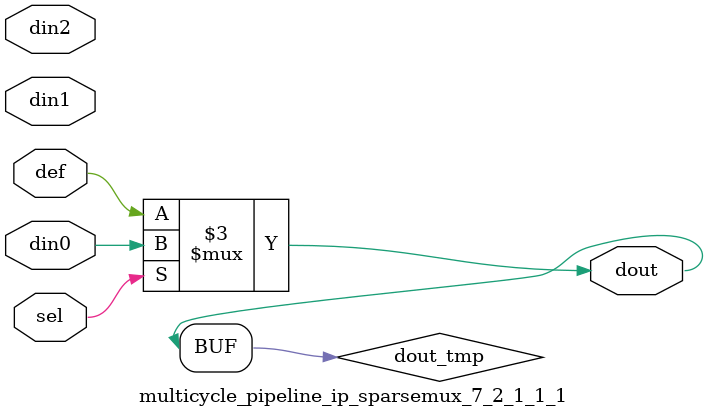
<source format=v>
`timescale 1ns / 1ps

module multicycle_pipeline_ip_sparsemux_7_2_1_1_1 (din0,din1,din2,def,sel,dout);

parameter din0_WIDTH = 1;

parameter din1_WIDTH = 1;

parameter din2_WIDTH = 1;

parameter def_WIDTH = 1;
parameter sel_WIDTH = 1;
parameter dout_WIDTH = 1;

parameter [sel_WIDTH-1:0] CASE0 = 1;

parameter [sel_WIDTH-1:0] CASE1 = 1;

parameter [sel_WIDTH-1:0] CASE2 = 1;

parameter ID = 1;
parameter NUM_STAGE = 1;



input [din0_WIDTH-1:0] din0;

input [din1_WIDTH-1:0] din1;

input [din2_WIDTH-1:0] din2;

input [def_WIDTH-1:0] def;
input [sel_WIDTH-1:0] sel;

output [dout_WIDTH-1:0] dout;



reg [dout_WIDTH-1:0] dout_tmp;


always @ (*) begin
(* parallel_case *) case (sel)
    
    CASE0 : dout_tmp = din0;
    
    CASE1 : dout_tmp = din1;
    
    CASE2 : dout_tmp = din2;
    
    default : dout_tmp = def;
endcase
end


assign dout = dout_tmp;



endmodule

</source>
